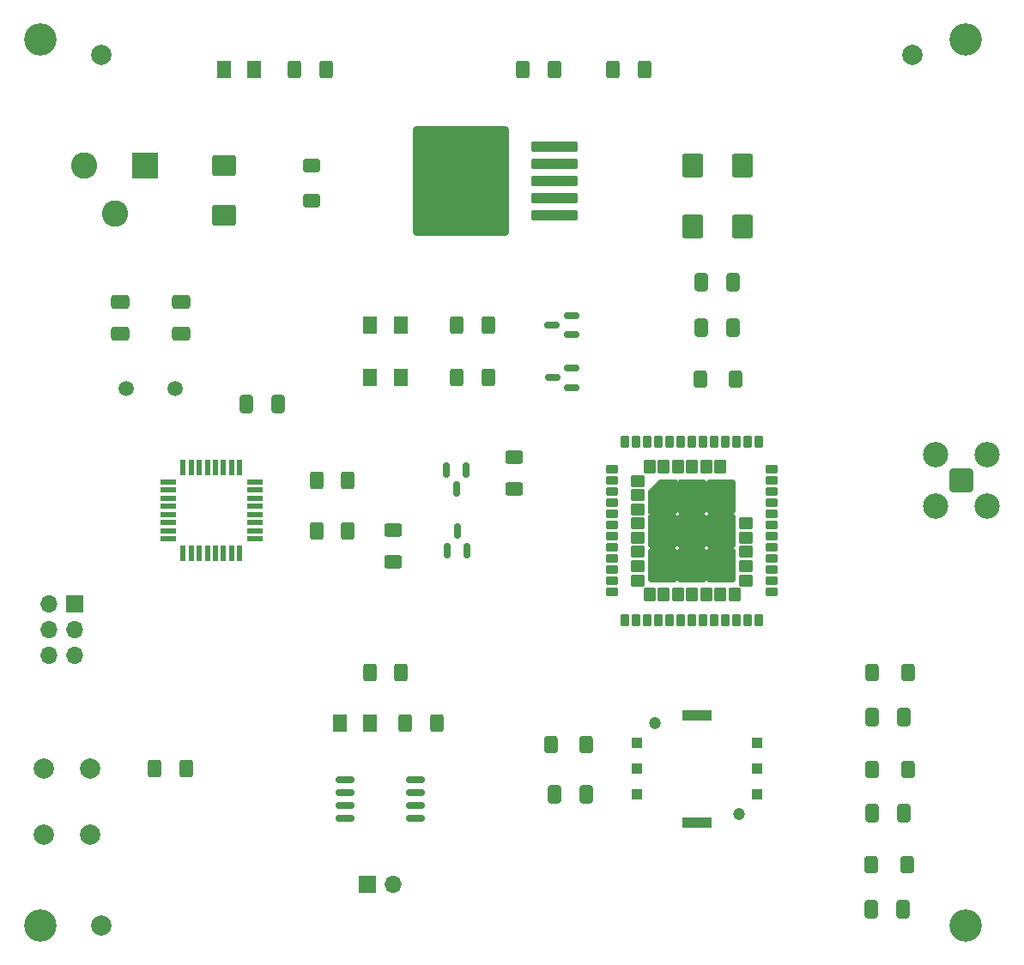
<source format=gbr>
%TF.GenerationSoftware,KiCad,Pcbnew,8.0.0*%
%TF.CreationDate,2024-03-04T22:35:08+02:00*%
%TF.ProjectId,Intercom_SMS_Sender,496e7465-7263-46f6-9d5f-534d535f5365,rev?*%
%TF.SameCoordinates,PX77ecaf0PY7735940*%
%TF.FileFunction,Soldermask,Top*%
%TF.FilePolarity,Negative*%
%FSLAX46Y46*%
G04 Gerber Fmt 4.6, Leading zero omitted, Abs format (unit mm)*
G04 Created by KiCad (PCBNEW 8.0.0) date 2024-03-04 22:35:08*
%MOMM*%
%LPD*%
G01*
G04 APERTURE LIST*
G04 Aperture macros list*
%AMRoundRect*
0 Rectangle with rounded corners*
0 $1 Rounding radius*
0 $2 $3 $4 $5 $6 $7 $8 $9 X,Y pos of 4 corners*
0 Add a 4 corners polygon primitive as box body*
4,1,4,$2,$3,$4,$5,$6,$7,$8,$9,$2,$3,0*
0 Add four circle primitives for the rounded corners*
1,1,$1+$1,$2,$3*
1,1,$1+$1,$4,$5*
1,1,$1+$1,$6,$7*
1,1,$1+$1,$8,$9*
0 Add four rect primitives between the rounded corners*
20,1,$1+$1,$2,$3,$4,$5,0*
20,1,$1+$1,$4,$5,$6,$7,0*
20,1,$1+$1,$6,$7,$8,$9,0*
20,1,$1+$1,$8,$9,$2,$3,0*%
G04 Aperture macros list end*
%ADD10C,0.010000*%
%ADD11RoundRect,0.250000X-0.412500X-0.650000X0.412500X-0.650000X0.412500X0.650000X-0.412500X0.650000X0*%
%ADD12C,3.200000*%
%ADD13RoundRect,0.250000X0.412500X0.650000X-0.412500X0.650000X-0.412500X-0.650000X0.412500X-0.650000X0*%
%ADD14RoundRect,0.150000X-0.150000X0.587500X-0.150000X-0.587500X0.150000X-0.587500X0.150000X0.587500X0*%
%ADD15R,1.100000X1.000000*%
%ADD16R,3.000000X1.000000*%
%ADD17C,1.200000*%
%ADD18RoundRect,0.250000X0.400000X0.625000X-0.400000X0.625000X-0.400000X-0.625000X0.400000X-0.625000X0*%
%ADD19RoundRect,0.250000X-0.400000X-0.600000X0.400000X-0.600000X0.400000X0.600000X-0.400000X0.600000X0*%
%ADD20RoundRect,0.250000X0.400000X0.600000X-0.400000X0.600000X-0.400000X-0.600000X0.400000X-0.600000X0*%
%ADD21RoundRect,0.150000X0.587500X0.150000X-0.587500X0.150000X-0.587500X-0.150000X0.587500X-0.150000X0*%
%ADD22RoundRect,0.250000X-0.650000X0.412500X-0.650000X-0.412500X0.650000X-0.412500X0.650000X0.412500X0*%
%ADD23RoundRect,0.250000X-0.925000X0.787500X-0.925000X-0.787500X0.925000X-0.787500X0.925000X0.787500X0*%
%ADD24RoundRect,0.250000X0.625000X-0.400000X0.625000X0.400000X-0.625000X0.400000X-0.625000X-0.400000X0*%
%ADD25RoundRect,0.150000X-0.800000X-0.150000X0.800000X-0.150000X0.800000X0.150000X-0.800000X0.150000X0*%
%ADD26R,1.700000X1.700000*%
%ADD27O,1.700000X1.700000*%
%ADD28RoundRect,0.250000X2.050000X0.300000X-2.050000X0.300000X-2.050000X-0.300000X2.050000X-0.300000X0*%
%ADD29RoundRect,0.250002X4.449998X5.149998X-4.449998X5.149998X-4.449998X-5.149998X4.449998X-5.149998X0*%
%ADD30R,0.550000X1.600000*%
%ADD31R,1.600000X0.550000*%
%ADD32RoundRect,0.102000X-0.450000X-0.350000X0.450000X-0.350000X0.450000X0.350000X-0.450000X0.350000X0*%
%ADD33RoundRect,0.102000X-0.350000X-0.450000X0.350000X-0.450000X0.350000X0.450000X-0.350000X0.450000X0*%
%ADD34RoundRect,0.102000X-0.550000X-0.450000X0.550000X-0.450000X0.550000X0.450000X-0.550000X0.450000X0*%
%ADD35RoundRect,0.102000X-0.450000X-0.550000X0.450000X-0.550000X0.450000X0.550000X-0.450000X0.550000X0*%
%ADD36RoundRect,0.102000X-1.300000X-1.550000X1.300000X-1.550000X1.300000X1.550000X-1.300000X1.550000X0*%
%ADD37RoundRect,0.250000X-0.600000X0.400000X-0.600000X-0.400000X0.600000X-0.400000X0.600000X0.400000X0*%
%ADD38C,2.000000*%
%ADD39RoundRect,0.250000X0.787500X0.925000X-0.787500X0.925000X-0.787500X-0.925000X0.787500X-0.925000X0*%
%ADD40RoundRect,0.200100X-0.949900X0.949900X-0.949900X-0.949900X0.949900X-0.949900X0.949900X0.949900X0*%
%ADD41C,2.500000*%
%ADD42RoundRect,0.250000X0.650000X-0.412500X0.650000X0.412500X-0.650000X0.412500X-0.650000X-0.412500X0*%
%ADD43RoundRect,0.150000X0.150000X-0.587500X0.150000X0.587500X-0.150000X0.587500X-0.150000X-0.587500X0*%
%ADD44RoundRect,0.250000X-0.400000X-0.625000X0.400000X-0.625000X0.400000X0.625000X-0.400000X0.625000X0*%
%ADD45RoundRect,0.250001X-0.462499X-0.624999X0.462499X-0.624999X0.462499X0.624999X-0.462499X0.624999X0*%
%ADD46C,1.500000*%
%ADD47RoundRect,0.250001X0.462499X0.624999X-0.462499X0.624999X-0.462499X-0.624999X0.462499X-0.624999X0*%
%ADD48R,2.600000X2.600000*%
%ADD49C,2.600000*%
G04 APERTURE END LIST*
D10*
%TO.C,U4*%
X66750000Y44750000D02*
X63950000Y44750000D01*
X63950000Y46961420D01*
X65038580Y48050000D01*
X66750000Y48050000D01*
X66750000Y44750000D01*
G36*
X66750000Y44750000D02*
G01*
X63950000Y44750000D01*
X63950000Y46961420D01*
X65038580Y48050000D01*
X66750000Y48050000D01*
X66750000Y44750000D01*
G37*
%TD*%
D11*
%TO.C,C10*%
X85987500Y15100000D03*
X89112500Y15100000D03*
%TD*%
D12*
%TO.C,H4*%
X95250000Y4000000D03*
%TD*%
D13*
%TO.C,C5*%
X72312500Y63000000D03*
X69187500Y63000000D03*
%TD*%
%TO.C,C4*%
X72312500Y67500000D03*
X69187500Y67500000D03*
%TD*%
D14*
%TO.C,Q2*%
X45950000Y49025000D03*
X44050000Y49025000D03*
X45000000Y47150000D03*
%TD*%
D11*
%TO.C,C6*%
X24287500Y55500000D03*
X27412500Y55500000D03*
%TD*%
D15*
%TO.C,J3*%
X74650000Y22040000D03*
X74650000Y19500000D03*
X74650000Y16960000D03*
D16*
X68750000Y14200000D03*
D15*
X62850000Y22040000D03*
X62850000Y19500000D03*
X62850000Y16960000D03*
D16*
X68750000Y24800000D03*
D17*
X72900000Y15000000D03*
X64600000Y24000000D03*
%TD*%
D18*
%TO.C,R1*%
X63550000Y88500000D03*
X60450000Y88500000D03*
%TD*%
D19*
%TO.C,D7*%
X86050000Y19400000D03*
X89550000Y19400000D03*
%TD*%
D20*
%TO.C,D9*%
X57850000Y21900000D03*
X54350000Y21900000D03*
%TD*%
D21*
%TO.C,Q4*%
X56395000Y57150000D03*
X56395000Y59050000D03*
X54520000Y58100000D03*
%TD*%
D11*
%TO.C,C9*%
X85987500Y24600000D03*
X89112500Y24600000D03*
%TD*%
D13*
%TO.C,C12*%
X57812500Y17000000D03*
X54687500Y17000000D03*
%TD*%
D22*
%TO.C,C8*%
X17850000Y65562500D03*
X17850000Y62437500D03*
%TD*%
D18*
%TO.C,R11*%
X34300000Y48000000D03*
X31200000Y48000000D03*
%TD*%
D23*
%TO.C,C1*%
X22100000Y79062500D03*
X22100000Y74137500D03*
%TD*%
D24*
%TO.C,R7*%
X50750000Y47150000D03*
X50750000Y50250000D03*
%TD*%
D25*
%TO.C,U3*%
X34000000Y18405000D03*
X34000000Y17135000D03*
X34000000Y15865000D03*
X34000000Y14595000D03*
X41000000Y14595000D03*
X41000000Y15865000D03*
X41000000Y17135000D03*
X41000000Y18405000D03*
%TD*%
D11*
%TO.C,C11*%
X85937500Y5600000D03*
X89062500Y5600000D03*
%TD*%
D21*
%TO.C,Q3*%
X56345000Y62337500D03*
X56345000Y64237500D03*
X54470000Y63287500D03*
%TD*%
D26*
%TO.C,J5*%
X7390000Y35775000D03*
D27*
X4850000Y35775000D03*
X7390000Y33235000D03*
X4850000Y33235000D03*
X7390000Y30695000D03*
X4850000Y30695000D03*
%TD*%
D28*
%TO.C,U1*%
X54650000Y74100000D03*
X54650000Y75800000D03*
X54650000Y77500000D03*
D29*
X45500000Y77500000D03*
D28*
X54650000Y79200000D03*
X54650000Y80900000D03*
%TD*%
D26*
%TO.C,J2*%
X36250000Y8120000D03*
D27*
X38790000Y8120000D03*
%TD*%
D30*
%TO.C,U2*%
X23650000Y49250000D03*
X22850000Y49250000D03*
X22050000Y49250000D03*
X21250000Y49250000D03*
X20450000Y49250000D03*
X19650000Y49250000D03*
X18850000Y49250000D03*
X18050000Y49250000D03*
D31*
X16600000Y47800000D03*
X16600000Y47000000D03*
X16600000Y46200000D03*
X16600000Y45400000D03*
X16600000Y44600000D03*
X16600000Y43800000D03*
X16600000Y43000000D03*
X16600000Y42200000D03*
D30*
X18050000Y40750000D03*
X18850000Y40750000D03*
X19650000Y40750000D03*
X20450000Y40750000D03*
X21250000Y40750000D03*
X22050000Y40750000D03*
X22850000Y40750000D03*
X23650000Y40750000D03*
D31*
X25100000Y42200000D03*
X25100000Y43000000D03*
X25100000Y43800000D03*
X25100000Y44600000D03*
X25100000Y45400000D03*
X25100000Y46200000D03*
X25100000Y47000000D03*
X25100000Y47800000D03*
%TD*%
D20*
%TO.C,D2*%
X72555000Y58000000D03*
X69055000Y58000000D03*
%TD*%
D12*
%TO.C,H1*%
X4000000Y4000000D03*
%TD*%
D32*
%TO.C,U4*%
X60400000Y49050000D03*
X60400000Y47950000D03*
X60400000Y46850000D03*
X60400000Y45750000D03*
X60400000Y44650000D03*
X60400000Y43550000D03*
X60400000Y42450000D03*
X60400000Y41350000D03*
X60400000Y40250000D03*
X60400000Y39150000D03*
X60400000Y38050000D03*
X60400000Y36950000D03*
D33*
X63850000Y34200000D03*
X64950000Y34200000D03*
X66050000Y34200000D03*
X67150000Y34200000D03*
X68250000Y34200000D03*
X69350000Y34200000D03*
X70450000Y34200000D03*
X71550000Y34200000D03*
X72650000Y34200000D03*
D32*
X76100000Y36950000D03*
X76100000Y38050000D03*
X76100000Y39150000D03*
X76100000Y40250000D03*
X76100000Y41350000D03*
X76100000Y42450000D03*
X76100000Y43550000D03*
X76100000Y44650000D03*
X76100000Y45750000D03*
X76100000Y46850000D03*
X76100000Y47950000D03*
X76100000Y49050000D03*
D33*
X72650000Y51800000D03*
X71550000Y51800000D03*
X70450000Y51800000D03*
X69350000Y51800000D03*
X68250000Y51800000D03*
X67150000Y51800000D03*
X66050000Y51800000D03*
X64950000Y51800000D03*
X63850000Y51800000D03*
D34*
X62900000Y47900000D03*
X62900000Y46500000D03*
X62900000Y45100000D03*
X62900000Y43700000D03*
X62900000Y42300000D03*
X62900000Y40900000D03*
X62900000Y39500000D03*
X62900000Y38100000D03*
D35*
X64050000Y36700000D03*
X65450000Y36700000D03*
X66850000Y36700000D03*
X68250000Y36700000D03*
X69650000Y36700000D03*
X71050000Y36700000D03*
X72450000Y36700000D03*
D34*
X73600000Y38100000D03*
X73600000Y39500000D03*
X73600000Y40900000D03*
X73600000Y42300000D03*
X73600000Y43700000D03*
D35*
X71050000Y49300000D03*
X69650000Y49300000D03*
X68250000Y49300000D03*
X66850000Y49300000D03*
X65450000Y49300000D03*
X64050000Y49300000D03*
D36*
X65350000Y43000000D03*
X65350000Y39600000D03*
X68250000Y39600000D03*
X71150000Y39600000D03*
X71150000Y43000000D03*
X71150000Y46400000D03*
X68250000Y46400000D03*
X68250000Y43000000D03*
D33*
X61650000Y34200000D03*
X62750000Y34200000D03*
X74850000Y34200000D03*
X73750000Y34200000D03*
X74850000Y51800000D03*
X73750000Y51800000D03*
X62750000Y51800000D03*
X61650000Y51800000D03*
%TD*%
D18*
%TO.C,R4*%
X18350000Y19500000D03*
X15250000Y19500000D03*
%TD*%
D24*
%TO.C,R6*%
X38750000Y39950000D03*
X38750000Y43050000D03*
%TD*%
D37*
%TO.C,D1*%
X30700000Y79050000D03*
X30700000Y75550000D03*
%TD*%
D38*
%TO.C,FID3*%
X90000000Y90000000D03*
%TD*%
D39*
%TO.C,C3*%
X73212500Y73000000D03*
X68287500Y73000000D03*
%TD*%
D18*
%TO.C,R3*%
X39550000Y29000000D03*
X36450000Y29000000D03*
%TD*%
D39*
%TO.C,C2*%
X73212500Y79000000D03*
X68287500Y79000000D03*
%TD*%
D40*
%TO.C,J4*%
X94800000Y48000000D03*
D41*
X97340000Y50540000D03*
X92260000Y50540000D03*
X97340000Y45460000D03*
X92260000Y45460000D03*
%TD*%
D42*
%TO.C,C7*%
X11850000Y62437500D03*
X11850000Y65562500D03*
%TD*%
D38*
%TO.C,FID2*%
X10000000Y90000000D03*
%TD*%
D43*
%TO.C,Q1*%
X44137500Y41062500D03*
X46037500Y41062500D03*
X45087500Y42937500D03*
%TD*%
D38*
%TO.C,FID1*%
X10000000Y4000000D03*
%TD*%
D18*
%TO.C,R2*%
X54650000Y88500000D03*
X51550000Y88500000D03*
%TD*%
D44*
%TO.C,R8*%
X45057500Y63300000D03*
X48157500Y63300000D03*
%TD*%
D18*
%TO.C,R10*%
X34300000Y43000000D03*
X31200000Y43000000D03*
%TD*%
D19*
%TO.C,D6*%
X86050000Y29000000D03*
X89550000Y29000000D03*
%TD*%
D45*
%TO.C,D10*%
X33512500Y24000000D03*
X36487500Y24000000D03*
%TD*%
D44*
%TO.C,R5*%
X29050000Y88500000D03*
X32150000Y88500000D03*
%TD*%
D46*
%TO.C,Y1*%
X12400000Y57000000D03*
X17300000Y57000000D03*
%TD*%
D47*
%TO.C,D4*%
X39500000Y63300000D03*
X36525000Y63300000D03*
%TD*%
D44*
%TO.C,R9*%
X45057500Y58150000D03*
X48157500Y58150000D03*
%TD*%
D12*
%TO.C,H2*%
X4000000Y91500000D03*
%TD*%
D38*
%TO.C,SW1*%
X8850000Y19500000D03*
X8850000Y13000000D03*
X4350000Y19500000D03*
X4350000Y13000000D03*
%TD*%
D19*
%TO.C,D8*%
X85950000Y10000000D03*
X89450000Y10000000D03*
%TD*%
D47*
%TO.C,D5*%
X39500000Y58110000D03*
X36525000Y58110000D03*
%TD*%
D48*
%TO.C,J1*%
X14300000Y79000000D03*
D49*
X8300000Y79000000D03*
X11300000Y74300000D03*
%TD*%
D18*
%TO.C,R12*%
X43050000Y24000000D03*
X39950000Y24000000D03*
%TD*%
D47*
%TO.C,D3*%
X25087500Y88500000D03*
X22112500Y88500000D03*
%TD*%
D12*
%TO.C,H3*%
X95250000Y91500000D03*
%TD*%
M02*

</source>
